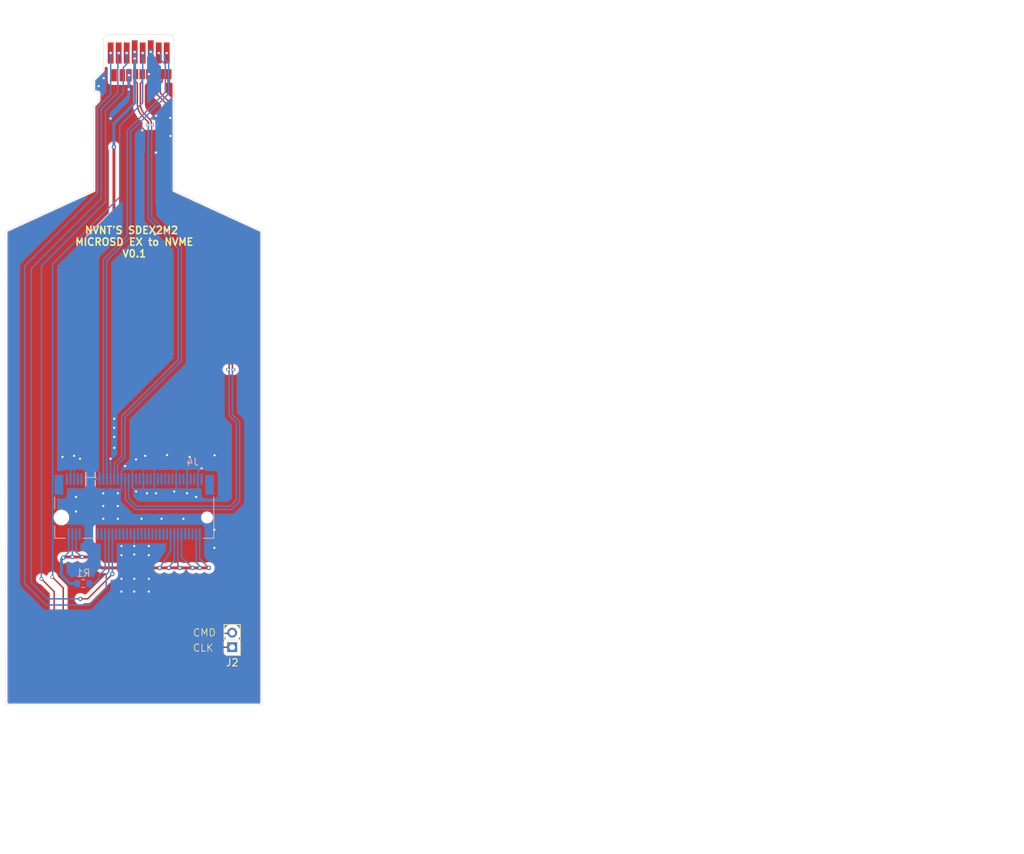
<source format=kicad_pcb>
(kicad_pcb (version 20241229) (generator "pcbnew") (generator_version "9.0")
  (layers (0 "F.Cu" signal) (2 "B.Cu" signal) (13 "F.Paste" user) (15 "B.Paste" user) (5 "F.SilkS" user "F.Silkscreen") (7 "B.SilkS" user "B.Silkscreen") (1 "F.Mask" user) (3 "B.Mask" user) (25 "Edge.Cuts" user))
  (net 0 "")
  (net 1 "/TX+")
  (net 2 "/TX-")
  (net 3 "/RX+")
  (net 4 "GND")
  (net 5 "/RX-")
  (net 6 "/REFCLK+")
  (net 7 "/REFCLK-")
  (net 8 "/PERST")
  (net 9 "/CLKREQ")
  (net 10 "/CMD")
  (net 11 "/CLK")
  (net 13 "/3.3V")
  (net 47 "Net-(J4-Pad54)")
  (footprint "m1cha:usdex-male-open_bottom" (layer "F.Cu") (at 141.61 77.96)
    (property "Reference" "J1" (hide yes))
    (property "Value" "SDEX2M2 MicroSD Express to SD Express Adapter")
    (fp_line (start -6.15 6.395685) (end -6.15 7.8) (stroke (width 0.05)) (layer "Edge.Cuts"))
    (fp_line (start -6.15 9.8) (end -6.149999 15) (stroke (width 0.05)) (layer "Edge.Cuts"))
    (fp_line (start -6.05 7.9) (end -5.65 7.9) (stroke (width 0.05)) (layer "Edge.Cuts"))
    (fp_line (start -5.567158 9.217158) (end -6.15 9.8) (stroke (width 0.05)) (layer "Edge.Cuts"))
    (fp_line (start -5.45 8.1) (end -5.45 8.934315) (stroke (width 0.05)) (layer "Edge.Cuts"))
    (fp_line (start -4.967158 5.047158) (end -6.032843 6.112843) (stroke (width 0.05)) (layer "Edge.Cuts"))
    (fp_line (start -4.85 4.764315) (end -4.85 0.8) (stroke (width 0.05)) (layer "Edge.Cuts"))
    (fp_line (start -4.05 0) (end 4.05 0) (stroke (width 0.05)) (layer "Edge.Cuts"))
    (fp_line (start 4.85 0.8) (end 4.85 15) (stroke (width 0.05)) (layer "Edge.Cuts"))
    (fp_arc (start -6.15 6.395685) (mid -6.119552 6.242612) (end -6.032843 6.112843) (stroke (width 0.05)) (layer "Edge.Cuts"))
    (fp_arc (start -6.05 7.9) (mid -6.120711 7.870711) (end -6.15 7.8) (stroke (width 0.05)) (layer "Edge.Cuts"))
    (fp_arc (start -5.65 7.9) (mid -5.508579 7.958579) (end -5.45 8.1) (stroke (width 0.05)) (layer "Edge.Cuts"))
    (fp_arc (start -5.45 8.934315) (mid -5.480448 9.087389) (end -5.567158 9.217158) (stroke (width 0.05)) (layer "Edge.Cuts"))
    (fp_arc (start -4.85 0.8) (mid -4.615685 0.234315) (end -4.05 0) (stroke (width 0.05)) (layer "Edge.Cuts"))
    (fp_arc (start -4.85 4.764315) (mid -4.880448 4.917389) (end -4.967158 5.047158) (stroke (width 0.05)) (layer "Edge.Cuts"))
    (fp_arc (start 4.05 0) (mid 4.615685 0.234315) (end 4.85 0.8) (stroke (width 0.05)) (layer "Edge.Cuts"))
    (pad "1" smd rect (at -3.85 2.55) (size 0.8 2.9) (layers "F.Cu" "F.Mask" "F.Paste") (net 9 "/CLKREQ"))
    (pad "2" smd rect (at -2.75 2.55) (size 0.8 2.9) (layers "F.Cu" "F.Mask" "F.Paste") (net 8 "/PERST"))
    (pad "3" smd rect (at -1.65 2.55) (size 0.8 2.9) (layers "F.Cu" "F.Mask" "F.Paste") (net 10 "/CMD"))
    (pad "4" smd rect (at -0.55 2.4) (size 0.8 3.2) (layers "F.Cu" "F.Mask" "F.Paste") (net 13 "/3.3V"))
    (pad "5" smd rect (at 0.55 2.55) (size 0.8 2.9) (layers "F.Cu" "F.Mask" "F.Paste") (net 11 "/CLK"))
    (pad "6" smd rect (at 1.65 2.4) (size 0.8 3.2) (layers "F.Cu" "F.Mask" "F.Paste") (net 4 "GND"))
    (pad "7" smd rect (at 2.75 2.55) (size 0.8 2.9) (layers "F.Cu" "F.Mask" "F.Paste") (net 6 "/REFCLK+"))
    (pad "8" smd rect (at 3.85 2.55) (size 0.8 2.9) (layers "F.Cu" "F.Mask" "F.Paste") (net 7 "/REFCLK-"))
    (pad "9" smd rect (at -3.38 5.595) (size 0.76 1.67) (layers "F.Cu" "F.Mask" "F.Paste"))
    (pad "10" smd rect (at -1.34 5.595) (size 0.76 1.67) (layers "F.Cu" "F.Mask" "F.Paste") (net 4 "GND"))
    (pad "11" smd rect (at -0.43 5.445) (size 0.76 1.37) (layers "F.Cu" "F.Mask" "F.Paste") (net 1 "/TX+"))
    (pad "12" smd rect (at 0.48 5.445) (size 0.76 1.37) (layers "F.Cu" "F.Mask" "F.Paste") (net 2 "/TX-"))
    (pad "13" smd rect (at 1.39 5.445) (size 0.76 1.37) (layers "F.Cu" "F.Mask" "F.Paste") (net 4 "GND"))
    (pad "14" smd rect (at 2.3 5.445) (size 0.76 1.37) (layers "F.Cu" "F.Mask" "F.Paste") (net 5 "/RX-"))
    (pad "15" smd rect (at 3.21 5.445) (size 0.76 1.37) (layers "F.Cu" "F.Mask" "F.Paste") (net 3 "/RX+"))
    (pad "16" smd rect (at 4.12 5.445) (size 0.76 1.37) (layers "F.Cu" "F.Mask" "F.Paste") (net 4 "GND"))
    (pad "17" smd rect (at -2.25 5.595) (size 0.76 1.67) (layers "F.Cu" "F.Mask" "F.Paste"))
  )
  (footprint "Connector_PinHeader_2.00mm:PinHeader_1x02_P2.00mm_Vertical" (layer "F.Cu") (at 154.45 162.15 180)
    (property "Reference" "J2" (at 0 -2.11 0) (layer "F.SilkS"))
    (property "Value" "Conn_01x02_Pin")
    (fp_line (start 1.11 1) (end 1.11 3.11) (stroke (width 0.12)) (layer "F.SilkS"))
    (fp_line (start -1.11 3.11) (end 1.11 3.11) (stroke (width 0.12)) (layer "F.SilkS"))
    (fp_line (start -1.11 1) (end 1.11 1) (stroke (width 0.12)) (layer "F.SilkS"))
    (fp_line (start -1.11 1) (end -1.11 3.11) (stroke (width 0.12)) (layer "F.SilkS"))
    (fp_line (start -1.11 0) (end -1.11 -1.11) (stroke (width 0.12)) (layer "F.SilkS"))
    (fp_line (start -1.11 -1.11) (end 0 -1.11) (stroke (width 0.12)) (layer "F.SilkS"))
    (pad "1" thru_hole rect (at 0 0 180) (size 1.35 1.35) (drill 0.8) (layers "*.Cu" "*.Mask") (net 10 "/CMD"))
    (pad "2" thru_hole circle (at 0 2 180) (size 1.35 1.35) (drill 0.8) (layers "*.Cu" "*.Mask") (net 11 "/CLK"))
  )
  (footprint "Resistor_SMD:R_0603_1608Metric" (layer "B.Cu") (at 134 153.4 180)
    (property "Reference" "R1" (at 0 1.43 0) (layer "B.SilkS") (effects (justify mirror)))
    (property "Value" "R_Small (Pull-Up) 33kΩ")
    (fp_line (start -0.237258 0.5225) (end 0.237258 0.5225) (stroke (width 0.12)) (layer "B.SilkS"))
    (fp_line (start -0.237258 -0.5225) (end 0.237258 -0.5225) (stroke (width 0.12)) (layer "B.SilkS"))
    (pad "1" smd roundrect (at -0.825 0 180) (size 0.8 0.95) (layers "B.Cu" "B.Mask" "B.Paste") (net 47 "Net-(J4-Pad54)"))
    (pad "2" smd roundrect (at 0.825 0 180) (size 0.8 0.95) (layers "B.Cu" "B.Mask" "B.Paste") (net 13 "/3.3V"))
  )
  (footprint "10130616-067R2LF:AMPHENOL_10130616-067R2LF" (layer "B.Cu") (at 141 144.325 180)
    (property "Reference" "J4" (at -8.025 7.635 0) (layer "B.SilkS") (effects (justify mirror)))
    (property "Value" "10130616-067R2LF")
    (fp_line (start 10.925 1.145) (end 10.925 2.805) (stroke (width 0.127)) (layer "B.SilkS"))
    (fp_line (start 10.925 -2.85) (end 10.925 -1.145) (stroke (width 0.127)) (layer "B.SilkS"))
    (fp_line (start 9.47 -2.85) (end 10.925 -2.85) (stroke (width 0.127)) (layer "B.SilkS"))
    (fp_line (start 5.47 -2.85) (end 7.03 -2.85) (stroke (width 0.127)) (layer "B.SilkS"))
    (fp_line (start 5.22 5.5) (end 6.78 5.5) (stroke (width 0.127)) (layer "B.SilkS"))
    (fp_line (start -10.925 -2.85) (end -9.47 -2.85) (stroke (width 0.127)) (layer "B.SilkS"))
    (fp_line (start -10.925 -2.85) (end -10.925 2.805) (stroke (width 0.127)) (layer "B.SilkS"))
    (fp_circle (center -9.25 6.75) (end -9.15 6.75) (stroke (width 0.2)) (fill no) (layer "B.SilkS"))
    (pad "" np_thru_hole circle (at -10 0 180) (size 1.15 1.15) (drill 1.15) (layers "*.Cu" "*.Mask"))
    (pad "" np_thru_hole circle (at 10 0 180) (size 1.65 1.65) (drill 1.65) (layers "*.Cu" "*.Mask"))
    (pad "1" smd rect (at -9.25 5.275 180) (size 0.3 1.55) (layers "B.Cu" "B.Mask" "B.Paste"))
    (pad "2" smd rect (at -9 -2.275 180) (size 0.3 1.55) (layers "B.Cu" "B.Mask" "B.Paste") (net 13 "/3.3V"))
    (pad "3" smd rect (at -8.75 5.275 180) (size 0.3 1.55) (layers "B.Cu" "B.Mask" "B.Paste") (net 4 "GND"))
    (pad "4" smd rect (at -8.5 -2.275 180) (size 0.3 1.55) (layers "B.Cu" "B.Mask" "B.Paste") (net 13 "/3.3V"))
    (pad "5" smd rect (at -8.25 5.275 180) (size 0.3 1.55) (layers "B.Cu" "B.Mask" "B.Paste"))
    (pad "6" smd rect (at -8 -2.275 180) (size 0.3 1.55) (layers "B.Cu" "B.Mask" "B.Paste"))
    (pad "7" smd rect (at -7.75 5.275 180) (size 0.3 1.55) (layers "B.Cu" "B.Mask" "B.Paste"))
    (pad "8" smd rect (at -7.5 -2.275 180) (size 0.3 1.55) (layers "B.Cu" "B.Mask" "B.Paste"))
    (pad "9" smd rect (at -7.25 5.275 180) (size 0.3 1.55) (layers "B.Cu" "B.Mask" "B.Paste") (net 4 "GND"))
    (pad "10" smd rect (at -7 -2.275 180) (size 0.3 1.55) (layers "B.Cu" "B.Mask" "B.Paste"))
    (pad "11" smd rect (at -6.75 5.275 180) (size 0.3 1.55) (layers "B.Cu" "B.Mask" "B.Paste"))
    (pad "12" smd rect (at -6.5 -2.275 180) (size 0.3 1.55) (layers "B.Cu" "B.Mask" "B.Paste") (net 13 "/3.3V"))
    (pad "13" smd rect (at -6.25 5.275 180) (size 0.3 1.55) (layers "B.Cu" "B.Mask" "B.Paste"))
    (pad "14" smd rect (at -6 -2.275 180) (size 0.3 1.55) (layers "B.Cu" "B.Mask" "B.Paste") (net 13 "/3.3V"))
    (pad "15" smd rect (at -5.75 5.275 180) (size 0.3 1.55) (layers "B.Cu" "B.Mask" "B.Paste") (net 4 "GND"))
    (pad "16" smd rect (at -5.5 -2.275 180) (size 0.3 1.55) (layers "B.Cu" "B.Mask" "B.Paste") (net 13 "/3.3V"))
    (pad "17" smd rect (at -5.25 5.275 180) (size 0.3 1.55) (layers "B.Cu" "B.Mask" "B.Paste"))
    (pad "18" smd rect (at -5 -2.275 180) (size 0.3 1.55) (layers "B.Cu" "B.Mask" "B.Paste") (net 13 "/3.3V"))
    (pad "19" smd rect (at -4.75 5.275 180) (size 0.3 1.55) (layers "B.Cu" "B.Mask" "B.Paste"))
    (pad "20" smd rect (at -4.5 -2.275 180) (size 0.3 1.55) (layers "B.Cu" "B.Mask" "B.Paste"))
    (pad "21" smd rect (at -4.25 5.275 180) (size 0.3 1.55) (layers "B.Cu" "B.Mask" "B.Paste"))
    (pad "22" smd rect (at -4 -2.275 180) (size 0.3 1.55) (layers "B.Cu" "B.Mask" "B.Paste"))
    (pad "23" smd rect (at -3.75 5.275 180) (size 0.3 1.55) (layers "B.Cu" "B.Mask" "B.Paste"))
    (pad "24" smd rect (at -3.5 -2.275 180) (size 0.3 1.55) (layers "B.Cu" "B.Mask" "B.Paste"))
    (pad "25" smd rect (at -3.25 5.275 180) (size 0.3 1.55) (layers "B.Cu" "B.Mask" "B.Paste"))
    (pad "26" smd rect (at -3 -2.275 180) (size 0.3 1.55) (layers "B.Cu" "B.Mask" "B.Paste"))
    (pad "27" smd rect (at -2.75 5.275 180) (size 0.3 1.55) (layers "B.Cu" "B.Mask" "B.Paste") (net 4 "GND"))
    (pad "28" smd rect (at -2.5 -2.275 180) (size 0.3 1.55) (layers "B.Cu" "B.Mask" "B.Paste"))
    (pad "29" smd rect (at -2.25 5.275 180) (size 0.3 1.55) (layers "B.Cu" "B.Mask" "B.Paste"))
    (pad "30" smd rect (at -2 -2.275 180) (size 0.3 1.55) (layers "B.Cu" "B.Mask" "B.Paste"))
    (pad "31" smd rect (at -1.75 5.275 180) (size 0.3 1.55) (layers "B.Cu" "B.Mask" "B.Paste"))
    (pad "32" smd rect (at -1.5 -2.275 180) (size 0.3 1.55) (layers "B.Cu" "B.Mask" "B.Paste"))
    (pad "33" smd rect (at -1.25 5.275 180) (size 0.3 1.55) (layers "B.Cu" "B.Mask" "B.Paste") (net 4 "GND"))
    (pad "34" smd rect (at -1 -2.275 180) (size 0.3 1.55) (layers "B.Cu" "B.Mask" "B.Paste"))
    (pad "35" smd rect (at -0.75 5.275 180) (size 0.3 1.55) (layers "B.Cu" "B.Mask" "B.Paste"))
    (pad "36" smd rect (at -0.5 -2.275 180) (size 0.3 1.55) (layers "B.Cu" "B.Mask" "B.Paste"))
    (pad "37" smd rect (at -0.25 5.275 180) (size 0.3 1.55) (layers "B.Cu" "B.Mask" "B.Paste"))
    (pad "38" smd rect (at 0 -2.275 180) (size 0.3 1.55) (layers "B.Cu" "B.Mask" "B.Paste") (net 4 "GND"))
    (pad "39" smd rect (at 0.25 5.275 180) (size 0.3 1.55) (layers "B.Cu" "B.Mask" "B.Paste") (net 4 "GND"))
    (pad "40" smd rect (at 0.5 -2.275 180) (size 0.3 1.55) (layers "B.Cu" "B.Mask" "B.Paste"))
    (pad "41" smd rect (at 0.75 5.275 180) (size 0.3 1.55) (layers "B.Cu" "B.Mask" "B.Paste") (net 5 "/RX-"))
    (pad "42" smd rect (at 1 -2.275 180) (size 0.3 1.55) (layers "B.Cu" "B.Mask" "B.Paste"))
    (pad "43" smd rect (at 1.25 5.275 180) (size 0.3 1.55) (layers "B.Cu" "B.Mask" "B.Paste") (net 3 "/RX+"))
    (pad "44" smd rect (at 1.5 -2.275 180) (size 0.3 1.55) (layers "B.Cu" "B.Mask" "B.Paste"))
    (pad "45" smd rect (at 1.75 5.275 180) (size 0.3 1.55) (layers "B.Cu" "B.Mask" "B.Paste") (net 4 "GND"))
    (pad "46" smd rect (at 2 -2.275 180) (size 0.3 1.55) (layers "B.Cu" "B.Mask" "B.Paste"))
    (pad "47" smd rect (at 2.25 5.275 180) (size 0.3 1.55) (layers "B.Cu" "B.Mask" "B.Paste") (net 2 "/TX-"))
    (pad "48" smd rect (at 2.5 -2.275 180) (size 0.3 1.55) (layers "B.Cu" "B.Mask" "B.Paste"))
    (pad "49" smd rect (at 2.75 5.275 180) (size 0.3 1.55) (layers "B.Cu" "B.Mask" "B.Paste") (net 1 "/TX+"))
    (pad "50" smd rect (at 3 -2.275 180) (size 0.3 1.55) (layers "B.Cu" "B.Mask" "B.Paste") (net 8 "/PERST"))
    (pad "51" smd rect (at 3.25 5.275 180) (size 0.3 1.55) (layers "B.Cu" "B.Mask" "B.Paste") (net 4 "GND"))
    (pad "52" smd rect (at 3.5 -2.275 180) (size 0.3 1.55) (layers "B.Cu" "B.Mask" "B.Paste") (net 9 "/CLKREQ"))
    (pad "53" smd rect (at 3.75 5.275 180) (size 0.3 1.55) (layers "B.Cu" "B.Mask" "B.Paste") (net 7 "/REFCLK-"))
    (pad "54" smd rect (at 4 -2.275 180) (size 0.3 1.55) (layers "B.Cu" "B.Mask" "B.Paste") (net 47 "Net-(J4-Pad54)"))
    (pad "55" smd rect (at 4.25 5.275 180) (size 0.3 1.55) (layers "B.Cu" "B.Mask" "B.Paste") (net 6 "/REFCLK+"))
    (pad "56" smd rect (at 4.5 -2.275 180) (size 0.3 1.55) (layers "B.Cu" "B.Mask" "B.Paste"))
    (pad "57" smd rect (at 4.75 5.275 180) (size 0.3 1.55) (layers "B.Cu" "B.Mask" "B.Paste") (net 4 "GND"))
    (pad "58" smd rect (at 5 -2.275 180) (size 0.3 1.55) (layers "B.Cu" "B.Mask" "B.Paste"))
    (pad "67" smd rect (at 7.25 5.275 180) (size 0.3 1.55) (layers "B.Cu" "B.Mask" "B.Paste"))
    (pad "68" smd rect (at 7.5 -2.275 180) (size 0.3 1.55) (layers "B.Cu" "B.Mask" "B.Paste"))
    (pad "69" smd rect (at 7.75 5.275 180) (size 0.3 1.55) (layers "B.Cu" "B.Mask" "B.Paste"))
    (pad "70" smd rect (at 8 -2.275 180) (size 0.3 1.55) (layers "B.Cu" "B.Mask" "B.Paste") (net 13 "/3.3V"))
    (pad "71" smd rect (at 8.25 5.275 180) (size 0.3 1.55) (layers "B.Cu" "B.Mask" "B.Paste") (net 4 "GND"))
    (pad "72" smd rect (at 8.5 -2.275 180) (size 0.3 1.55) (layers "B.Cu" "B.Mask" "B.Paste") (net 13 "/3.3V"))
    (pad "73" smd rect (at 8.75 5.275 180) (size 0.3 1.55) (layers "B.Cu" "B.Mask" "B.Paste") (net 4 "GND"))
    (pad "74" smd rect (at 9 -2.275 180) (size 0.3 1.55) (layers "B.Cu" "B.Mask" "B.Paste") (net 13 "/3.3V"))
    (pad "75" smd rect (at 9.25 5.275 180) (size 0.3 1.55) (layers "B.Cu" "B.Mask" "B.Paste"))
    (pad "SH1" smd rect (at -10.35 4.5 180) (size 1.2 2.75) (layers "B.Cu" "B.Mask" "B.Paste"))
    (pad "SH2" smd rect (at 10.35 4.5 180) (size 1.2 2.75) (layers "B.Cu" "B.Mask" "B.Paste"))
  )
  (gr_line (start 146.46 99.415985) (end 146.46 92.96) (stroke (width 0.05)) (layer "Edge.Cuts"))
  (gr_line (start 123.4 170.07) (end 158.5 170.07) (stroke (width 0.05)) (layer "Edge.Cuts"))
  (gr_line (start 158.5 104.95) (end 158.5 170.07) (stroke (width 0.05)) (layer "Edge.Cuts"))
  (gr_line (start 123.402514 104.95) (end 135.46 99.415985) (stroke (width 0.05)) (layer "Edge.Cuts"))
  (gr_line (start 146.46 99.415985) (end 158.5 104.95) (stroke (width 0.05)) (layer "Edge.Cuts"))
  (gr_line (start 123.402514 104.95) (end 123.4 170.07) (stroke (width 0.05)) (layer "Edge.Cuts"))
  (gr_line (start 135.46 92.96) (end 135.46 99.415985) (stroke (width 0.05)) (layer "Edge.Cuts"))
  (gr_text "CLK" (at 149 162.83 0) (layer "F.SilkS") (effects (font (size 1 1) (thickness 0.1)) (justify left bottom)))
  (gr_text "CMD" (at 149 160.73 0) (layer "F.SilkS") (effects (font (size 1 1) (thickness 0.1)) (justify left bottom)))
  (gr_text "NVNT'S SDEX2M2 \nMICROSD EX to NVME\nV0.1" (at 141.01 108.66 0) (layer "F.SilkS") (effects (font (size 1 1) (thickness 0.2) (bold yes)) (justify bottom)))
  (segment (start 142.809336 89.858142) (end 142.136197 89.185003) (width 0.205232) (layer "F.Cu") (net 1))
  (segment (start 141.18 84.432501) (end 141.18 83.405) (width 0.205232) (layer "F.Cu") (net 1))
  (segment (start 142.955783 90.257617) (end 142.955783 90.211696) (width 0.205232) (layer "F.Cu") (net 1))
  (segment (start 141.430784 84.683285) (end 141.18 84.432501) (width 0.205232) (layer "F.Cu") (net 1))
  (segment (start 142.8334 90.38) (end 142.955783 90.257617) (width 0.205232) (layer "F.Cu") (net 1))
  (segment (start 141.430784 87.481985) (end 141.430784 84.683285) (width 0.205232) (layer "F.Cu") (net 1))
  (via (at 142.8334 90.38) (size 0.45) (drill 0.3) (layers "F.Cu" "B.Cu") (net 1))
  (arc (start 142.955783 90.211696) (mid 142.917723 90.020354) (end 142.809336 89.858142) (width 0.205232) (layer "F.Cu") (net 1))
  (arc (start 141.430784 87.481985) (mid 141.614115 88.403652) (end 142.136197 89.185003) (width 0.205232) (layer "F.Cu") (net 1))
  (segment (start 139.275 135.906802) (end 138.275 136.906802) (width 0.2) (layer "B.Cu") (net 1))
  (segment (start 142.932384 90.478984) (end 142.932384 103.250582) (width 0.2) (layer "B.Cu") (net 1))
  (segment (start 147.025 107.343198) (end 147.025 122.656802) (width 0.2) (layer "B.Cu") (net 1))
  (segment (start 147.025 122.656802) (end 139.275 130.406802) (width 0.2) (layer "B.Cu") (net 1))
  (segment (start 139.275 130.406802) (end 139.275 135.906802) (width 0.2) (layer "B.Cu") (net 1))
  (segment (start 142.932384 103.250582) (end 147.025 107.343198) (width 0.2) (layer "B.Cu") (net 1))
  (segment (start 138.275 137.862499) (end 138.25 137.887499) (width 0.2) (layer "B.Cu") (net 1))
  (segment (start 142.8334 90.38) (end 142.932384 90.478984) (width 0.2) (layer "B.Cu") (net 1))
  (segment (start 138.275 136.906802) (end 138.275 137.862499) (width 0.2) (layer "B.Cu") (net 1))
  (segment (start 138.25 137.887499) (end 138.25 139.05) (width 0.2) (layer "B.Cu") (net 1))
  (segment (start 143.4866 90.38) (end 143.364217 90.257617) (width 0.205232) (layer "F.Cu") (net 2))
  (segment (start 143.364217 90.257617) (end 143.364217 90.211696) (width 0.205232) (layer "F.Cu") (net 2))
  (segment (start 142.09 84.432501) (end 142.09 83.405) (width 0.205232) (layer "F.Cu") (net 2))
  (segment (start 141.839216 87.481983) (end 141.839216 84.683285) (width 0.205232) (layer "F.Cu") (net 2))
  (segment (start 143.098143 89.569337) (end 142.425002 88.896196) (width 0.205232) (layer "F.Cu") (net 2))
  (segment (start 141.839216 84.683285) (end 142.09 84.432501) (width 0.205232) (layer "F.Cu") (net 2))
  (via (at 143.4866 90.38) (size 0.45) (drill 0.3) (layers "F.Cu" "B.Cu") (net 2))
  (arc (start 142.425002 88.896196) (mid 141.991457 88.24735) (end 141.839216 87.481983) (width 0.205232) (layer "F.Cu") (net 2))
  (arc (start 143.098143 89.569337) (mid 143.295067 89.864054) (end 143.364217 90.211696) (width 0.205232) (layer "F.Cu") (net 2))
  (segment (start 139.725 130.593198) (end 139.725 136.093198) (width 0.2) (layer "B.Cu") (net 2))
  (segment (start 138.725 137.093198) (end 138.725 137.862499) (width 0.2) (layer "B.Cu") (net 2))
  (segment (start 138.725 137.862499) (end 138.75 137.887499) (width 0.2) (layer "B.Cu") (net 2))
  (segment (start 138.75 137.887499) (end 138.75 139.05) (width 0.2) (layer "B.Cu") (net 2))
  (segment (start 139.725 136.093198) (end 138.725 137.093198) (width 0.2) (layer "B.Cu") (net 2))
  (segment (start 143.387616 103.069418) (end 147.475 107.156802) (width 0.2) (layer "B.Cu") (net 2))
  (segment (start 143.4866 90.38) (end 143.387616 90.478984) (width 0.2) (layer "B.Cu") (net 2))
  (segment (start 143.387616 90.478984) (end 143.387616 103.069418) (width 0.2) (layer "B.Cu") (net 2))
  (segment (start 147.475 122.843198) (end 139.725 130.593198) (width 0.2) (layer "B.Cu") (net 2))
  (segment (start 147.475 107.156802) (end 147.475 122.843198) (width 0.2) (layer "B.Cu") (net 2))
  (segment (start 144.592616 85.497384) (end 144.59 85.5) (width 0.2) (layer "F.Cu") (net 3))
  (segment (start 145.225 89.093198) (end 145.225 99.906802) (width 0.2) (layer "F.Cu") (net 3))
  (segment (start 154.475 109.156802) (end 154.475 122.5) (width 0.2) (layer "F.Cu") (net 3))
  (segment (start 154.475001 122.500001) (end 154.475001 123.850001) (width 0.2) (layer "F.Cu") (net 3))
  (segment (start 145.725 87.156802) (end 145.725 88.593198) (width 0.2) (layer "F.Cu") (net 3))
  (segment (start 144.59 86.021802) (end 145.725 87.156802) (width 0.2) (layer "F.Cu") (net 3))
  (segment (start 144.82 83.405) (end 144.82 84.432501) (width 0.2) (layer "F.Cu") (net 3))
  (segment (start 144.82 84.432501) (end 144.592616 84.659885) (width 0.2) (layer "F.Cu") (net 3))
  (segment (start 154.475 122.5) (end 154.475001 122.500001) (width 0.2) (layer "F.Cu") (net 3))
  (segment (start 154.475001 123.850001) (end 154.625 124) (width 0.2) (layer "F.Cu") (net 3))
  (segment (start 145.225 99.906802) (end 154.475 109.156802) (width 0.2) (layer "F.Cu") (net 3))
  (segment (start 145.725 88.593198) (end 145.225 89.093198) (width 0.2) (layer "F.Cu") (net 3))
  (segment (start 144.59 85.5) (end 144.59 86.021802) (width 0.2) (layer "F.Cu") (net 3))
  (segment (start 144.592616 84.659885) (end 144.592616 85.497384) (width 0.2) (layer "F.Cu") (net 3))
  (via (at 154.625 124) (size 0.5) (drill 0.3) (layers "F.Cu" "B.Cu") (net 3))
  (segment (start 154.475001 130.156803) (end 155.475 131.156802) (width 0.2) (layer "B.Cu") (net 3))
  (segment (start 139.775 140.237501) (end 139.75 140.212501) (width 0.2) (layer "B.Cu") (net 3))
  (segment (start 139.775 141.843198) (end 139.775 140.237501) (width 0.2) (layer "B.Cu") (net 3))
  (segment (start 155.475 142.093198) (end 154.343198 143.225) (width 0.2) (layer "B.Cu") (net 3))
  (segment (start 155.475 131.156802) (end 155.475 142.093198) (width 0.2) (layer "B.Cu") (net 3))
  (segment (start 154.625 124) (end 154.475001 124.149999) (width 0.2) (layer "B.Cu") (net 3))
  (segment (start 141.156802 143.225) (end 139.775 141.843198) (width 0.2) (layer "B.Cu") (net 3))
  (segment (start 154.475001 124.149999) (end 154.475001 130.156803) (width 0.2) (layer "B.Cu") (net 3))
  (segment (start 154.343198 143.225) (end 141.156802 143.225) (width 0.2) (layer "B.Cu") (net 3))
  (segment (start 139.75 140.212501) (end 139.75 139.05) (width 0.2) (layer "B.Cu") (net 3))
  (segment (start 143 83.4025) (end 143 88.13) (width 0.4) (layer "F.Cu") (net 4))
  (segment (start 145.73 83.405) (end 145.73 84.91) (width 0.4) (layer "F.Cu") (net 4))
  (segment (start 143 88.13) (end 144.002007 89.132007) (width 0.4) (layer "F.Cu") (net 4))
  (segment (start 140.27 83.555) (end 140.27 85.52) (width 0.4) (layer "F.Cu") (net 4))
  (via (at 148.6 136) (size 0.6) (drill 0.3) (layers "F.Cu" "B.Cu") (net 4))
  (via (at 136.81 83.96) (size 0.6) (drill 0.3) (layers "F.Cu" "B.Cu") (net 4))
  (via (at 137.75 136.25) (size 0.5) (drill 0.3) (layers "F.Cu" "B.Cu") (net 4))
  (via (at 137.75 89.5) (size 0.6) (drill 0.3) (layers "F.Cu" "B.Cu") (net 4))
  (via (at 138.25 133.25) (size 0.5) (drill 0.3) (layers "F.Cu" "B.Cu") (net 4))
  (via (at 142.1 91.12) (size 0.45) (drill 0.3) (layers "F.Cu" "B.Cu") (net 4))
  (via (at 139.25 148.25) (size 0.6) (drill 0.3) (layers "F.Cu" "B.Cu") (net 4))
  (via (at 149.5 141.5) (size 0.6) (drill 0.3) (layers "F.Cu" "B.Cu") (net 4))
  (via (at 142 144.5) (size 0.6) (drill 0.3) (layers "F.Cu" "B.Cu") (net 4))
  (via (at 140.25 85.5) (size 0.6) (drill 0.3) (layers "F.Cu" "B.Cu") (net 4))
  (via (at 152.025 135.775) (size 0.6) (drill 0.3) (layers "F.Cu" "B.Cu") (net 4))
  (via (at 143 149.5) (size 0.6) (drill 0.3) (layers "F.Cu" "B.Cu") (net 4))
  (via (at 139.25 154.5) (size 0.6) (drill 0.3) (layers "F.Cu" "B.Cu") (net 4))
  (via (at 138.25 132) (size 0.5) (drill 0.3) (layers "F.Cu" "B.Cu") (net 4))
  (via (at 145.94 89.43) (size 0.45) (drill 0.3) (layers "F.Cu" "B.Cu") (net 4))
  (via (at 143.825 105.425) (size 0.5) (drill 0.3) (layers "F.Cu" "B.Cu") (net 4))
  (via (at 136.75 144.5) (size 0.6) (drill 0.3) (layers "F.Cu" "B.Cu") (net 4))
  (via (at 141 152.75) (size 0.6) (drill 0.3) (layers "F.Cu" "B.Cu") (net 4))
  (via (at 147.75 144.5) (size 0.6) (drill 0.3) (layers "F.Cu" "B.Cu") (net 4))
  (via (at 146.5 140.75) (size 0.6) (drill 0.3) (layers "F.Cu" "B.Cu") (net 4))
  (via (at 139.75 137.25) (size 0.6) (drill 0.3) (layers "F.Cu" "B.Cu") (net 4))
  (via (at 133 143.5) (size 0.6) (drill 0.3) (layers "F.Cu" "B.Cu") (net 4))
  (via (at 131.15 136) (size 0.6) (drill 0.3) (layers "F.Cu" "B.Cu") (net 4))
  (via (at 136.11 85.06) (size 0.6) (drill 0.3) (layers "F.Cu" "B.Cu") (net 4))
  (via (at 139.25 152.75) (size 0.6) (drill 0.3) (layers "F.Cu" "B.Cu") (net 4))
  (via (at 152 148.5) (size 0.6) (drill 0.3) (layers "F.Cu" "B.Cu") (net 4))
  (via (at 141 148.25) (size 0.6) (drill 0.3) (layers "F.Cu" "B.Cu") (net 4))
  (via (at 143 154.5) (size 0.6) (drill 0.3) (layers "F.Cu" "B.Cu") (net 4))
  (via (at 138.25 134.75) (size 0.5) (drill 0.3) (layers "F.Cu" "B.Cu") (net 4))
  (via (at 141.25 140.75) (size 0.6) (drill 0.3) (layers "F.Cu" "B.Cu") (net 4))
  (via (at 132.75 135.85) (size 0.6) (drill 0.3) (layers "F.Cu" "B.Cu") (net 4))
  (via (at 136.75 141) (size 0.6) (drill 0.3) (layers "F.Cu" "B.Cu") (net 4))
  (via (at 144.75 144.5) (size 0.6) (drill 0.3) (layers "F.Cu" "B.Cu") (net 4))
  (via (at 142.75 141) (size 0.6) (drill 0.3) (layers "F.Cu" "B.Cu") (net 4))
  (via (at 143 83.405) (size 0.6) (drill 0.3) (layers "F.Cu" "B.Cu") (net 4))
  (via (at 138.25 130.75) (size 0.5) (drill 0.3) (layers "F.Cu" "B.Cu") (net 4))
  (via (at 143.985 94.185) (size 0.6) (drill 0.3) (layers "F.Cu" "B.Cu") (net 4))
  (via (at 141.25 136.35) (size 0.6) (drill 0.3) (layers "F.Cu" "B.Cu") (net 4))
  (via (at 139.25 149.5) (size 0.6) (drill 0.3) (layers "F.Cu" "B.Cu") (net 4))
  (via (at 144 141) (size 0.6) (drill 0.3) (layers "F.Cu" "B.Cu") (net 4))
  (via (at 143.26 80.36) (size 0.6) (drill 0.3) (layers "F.Cu" "B.Cu") (net 4))
  (via (at 143 152.75) (size 0.6) (drill 0.3) (layers "F.Cu" "B.Cu") (net 4))
  (via (at 141 149.4) (size 0.6) (drill 0.3) (layers "F.Cu" "B.Cu") (net 4))
  (via (at 145.5 135.75) (size 0.6) (drill 0.3) (layers "F.Cu" "B.Cu") (net 4))
  (via (at 138.75 144.5) (size 0.6) (drill 0.3) (layers "F.Cu" "B.Cu") (net 4))
  (via (at 140.27 83.555) (size 0.6) (drill 0.3) (layers "F.Cu" "B.Cu") (net 4))
  (via (at 142.5 135.85) (size 0.6) (drill 0.3) (layers "F.Cu" "B.Cu") (net 4))
  (via (at 144.002007 89.132007) (size 0.5) (drill 0.3) (layers "F.Cu" "B.Cu") (net 4))
  (via (at 133 141.5) (size 0.6) (drill 0.3) (layers "F.Cu" "B.Cu") (net 4))
  (via (at 141 154.5) (size 0.6) (drill 0.3) (layers "F.Cu" "B.Cu") (net 4))
  (via (at 148.25 141) (size 0.6) (drill 0.3) (layers "F.Cu" "B.Cu") (net 4))
  (via (at 138.75 141) (size 0.6) (drill 0.3) (layers "F.Cu" "B.Cu") (net 4))
  (via (at 152 146) (size 0.6) (drill 0.3) (layers "F.Cu" "B.Cu") (net 4))
  (via (at 138.75 142.75) (size 0.6) (drill 0.3) (layers "F.Cu" "B.Cu") (net 4))
  (via (at 143 148.25) (size 0.6) (drill 0.3) (layers "F.Cu" "B.Cu") (net 4))
  (via (at 133.55 136.25) (size 0.6) (drill 0.3) (layers "F.Cu" "B.Cu") (net 4))
  (via (at 136.75 142.75) (size 0.6) (drill 0.3) (layers "F.Cu" "B.Cu") (net 4))
  (via (at 145.97 91.9) (size 0.45) (drill 0.3) (layers "F.Cu" "B.Cu") (net 4))
  (segment (start 146.75 136.45) (end 146.75 139.05) (width 0.2) (layer "B.Cu") (net 4))
  (segment (start 140.75 139.05) (end 140.75 140.25) (width 0.2) (layer "B.Cu") (net 4))
  (segment (start 139.25 140.5) (end 138.75 141) (width 0.2) (layer "B.Cu") (net 4))
  (segment (start 148.6 136) (end 147.2 136) (width 0.2) (layer "B.Cu") (net 4))
  (segment (start 144.002007 89.132007) (end 144.0376 89.1676) (width 0.3) (layer "B.Cu") (net 4))
  (segment (start 142.335 94.185) (end 142.31 94.21) (width 0.2) (layer "B.Cu") (net 4))
  (segment (start 137.75 89.5) (end 137.75 89) (width 0.4) (layer "B.Cu") (net 4))
  (segment (start 144.0376 94.1324) (end 143.985 94.185) (width 0.3) (layer "B.Cu") (net 4))
  (segment (start 141 146.6) (end 141 149.4) (width 0.2) (layer "B.Cu") (net 4))
  (segment (start 148.25 139.05) (end 148.25 141) (width 0.2) (layer "B.Cu") (net 4))
  (segment (start 138.25 135.75) (end 137.75 136.25) (width 0.4) (layer "B.Cu") (net 4))
  (segment (start 138.25 130.75) (end 138.25 135.75) (width 0.4) (layer "B.Cu") (net 4))
  (segment (start 143.75 136.6) (end 143.75 139.05) (width 0.2) (layer "B.Cu") (net 4))
  (segment (start 142.335 94.185) (end 142.335 91.355) (width 0.3) (layer "B.Cu") (net 4))
  (segment (start 140.75 136.6) (end 140.75 139.05) (width 0.2) (layer "B.Cu") (net 4))
  (segment (start 143.985 101.085) (end 149.95 107.05) (width 0.2) (layer "B.Cu") (net 4))
  (segment (start 132.25 137.1) (end 131.15 136) (width 0.2) (layer "B.Cu") (net 4))
  (segment (start 152.025 135.775) (end 149.75 138.05) (width 0.2) (layer "B.Cu") (net 4))
  (segment (start 141.25 136.35) (end 141 136.35) (width 0.2) (layer "B.Cu") (net 4))
  (segment (start 156.67 137.98) (end 156.68 137.97) (width 0.2) (layer "B.Cu") (net 4))
  (segment (start 137.75 136.25) (end 137.75 136.2) (width 0.2) (layer "B.Cu") (net 4))
  (segment (start 134.65 136.6) (end 136.25 138.2) (width 0.2) (layer "B.Cu") (net 4))
  (segment (start 133.9 136.6) (end 134.65 136.6) (width 0.2) (layer "B.Cu") (net 4))
  (segment (start 133.55 136.25) (end 133.9 136.6) (width 0.2) (layer "B.Cu") (net 4))
  (segment (start 142.335 91.355) (end 142.1 91.12) (width 0.3) (layer "B.Cu") (net 4))
  (segment (start 142.25 139.05) (end 142.25 140.5) (width 0.2) (layer "B.Cu") (net 4))
  (segment (start 137.75 89) (end 140.25 86.5) (width 0.4) (layer "B.Cu") (net 4))
  (segment (start 139.25 138) (end 139.75 137.5) (width 0.2) (layer "B.Cu") (net 4))
  (segment (start 144.6 135.75) (end 143.75 136.6) (width 0.2) (layer "B.Cu") (net 4))
  (segment (start 142.31 94.21) (end 142.31 103.91) (width 0.2) (layer "B.Cu") (net 4))
  (segment (start 141 136.35) (end 140.75 136.6) (width 0.2) (layer "B.Cu") (net 4))
  (segment (start 139.25 139.05) (end 139.25 138) (width 0.2) (layer "B.Cu") (net 4))
  (segment (start 146.75 139.05) (end 146.75 140.5) (width 0.2) (layer "B.Cu") (net 4))
  (segment (start 143.825 105.425) (end 143.95 105.55) (width 0.2) (layer "B.Cu") (net 4))
  (segment (start 145.6 135.75) (end 144.6 135.75) (width 0.2) (layer "B.Cu") (net 4))
  (segment (start 145.71 99.51) (end 145.71 92.1) (width 0.2) (layer "B.Cu") (net 4))
  (segment (start 142.31 103.91) (end 143.825 105.425) (width 0.2) (layer "B.Cu") (net 4))
  (segment (start 136.25 138.2) (end 136.25 139.05) (width 0.2) (layer "B.Cu") (net 4))
  (segment (start 149.75 139.05) (end 149.75 141.25) (width 0.2) (layer "B.Cu") (net 4))
  (segment (start 140.75 140.25) (end 141.25 140.75) (width 0.2) (layer "B.Cu") (net 4))
  (segment (start 139.25 139.05) (end 139.25 140.5) (width 0.2) (layer "B.Cu") (net 4))
  (segment (start 149.75 141.25) (end 149.5 141.5) (width 0.2) (layer "B.Cu") (net 4))
  (segment (start 142.25 136.1) (end 142.25 139.05) (width 0.2) (layer "B.Cu") (net 4))
  (segment (start 152.1 135.7) (end 152.025 135.775) (width 0.2) (layer "B.Cu") (net 4))
  (segment (start 142.5 135.85) (end 142.25 136.1) (width 0.2) (layer "B.Cu") (net 4))
  (segment (start 143.75 139.05) (end 143.75 140.75) (width 0.2) (layer "B.Cu") (net 4))
  (segment (start 143.75 140.75) (end 144 141) (width 0.2) (layer "B.Cu") (net 4))
  (segment (start 149.75 138.05) (end 149.75 139.05) (width 0.2) (layer "B.Cu") (net 4))
  (segment (start 147.2 136) (end 146.75 136.45) (width 0.2) (layer "B.Cu") (net 4))
  (segment (start 143.985 94.185) (end 143.985 101.085) (width 0.2) (layer "B.Cu") (net 4))
  (segment (start 145.91 91.9) (end 145.97 91.9) (width 0.2) (layer "B.Cu") (net 4))
  (segment (start 140.25 86.5) (end 140.25 83.575) (width 0.4) (layer "B.Cu") (net 4))
  (segment (start 144.0376 89.1676) (end 144.0376 94.1324) (width 0.3) (layer "B.Cu") (net 4))
  (segment (start 156 109.8) (end 145.71 99.51) (width 0.2) (layer "B.Cu") (net 4))
  (segment (start 137.75 139.05) (end 137.75 136.25) (width 0.2) (layer "B.Cu") (net 4))
  (segment (start 146.75 140.5) (end 146.5 140.75) (width 0.2) (layer "B.Cu") (net 4))
  (segment (start 132.75 135.85) (end 132.75 139.05) (width 0.2) (layer "B.Cu") (net 4))
  (segment (start 156.66 149.28) (end 156.69 149.25) (width 0.2) (layer "B.Cu") (net 4))
  (segment (start 148.25 137.8) (end 148.25 139.05) (width 0.2) (layer "B.Cu") (net 4))
  (segment (start 140.25 83.575) (end 140.27 83.555) (width 0.4) (layer "B.Cu") (net 4))
  (segment (start 132.25 139.05) (end 132.25 137.1) (width 0.2) (layer "B.Cu") (net 4))
  (segment (start 143 83.405) (end 143 85.34) (width 0.4) (layer "B.Cu") (net 4))
  (segment (start 142.25 140.5) (end 142.75 141) (width 0.2) (layer "B.Cu") (net 4))
  (segment (start 145.275 88.406802) (end 144.775 88.906802) (width 0.2) (layer "F.Cu") (net 5))
  (segment (start 154.025 109.343198) (end 154.025 122.5) (width 0.2) (layer "F.Cu") (net 5))
  (segment (start 143.91 83.405) (end 143.91 84.432501) (width 0.2) (layer "F.Cu") (net 5))
  (segment (start 144.775 100.093198) (end 154.025 109.343198) (width 0.2) (layer "F.Cu") (net 5))
  (segment (start 144.14 85.5) (end 144.14 86.208198) (width 0.2) (layer "F.Cu") (net 5))
  (segment (start 154.025 122.5) (end 154.024999 122.500001) (width 0.2) (layer "F.Cu") (net 5))
  (segment (start 144.137384 84.659885) (end 144.137384 85.497384) (width 0.2) (layer "F.Cu") (net 5))
  (segment (start 143.91 84.432501) (end 144.137384 84.659885) (width 0.2) (layer "F.Cu") (net 5))
  (segment (start 145.275 87.343198) (end 145.275 88.406802) (width 0.2) (layer "F.Cu") (net 5))
  (segment (start 154.024999 123.850001) (end 153.875 124) (width 0.2) (layer "F.Cu") (net 5))
  (segment (start 154.024999 122.500001) (end 154.024999 123.850001) (width 0.2) (layer "F.Cu") (net 5))
  (segment (start 144.775 88.906802) (end 144.775 100.093198) (width 0.2) (layer "F.Cu") (net 5))
  (segment (start 144.14 86.208198) (end 145.275 87.343198) (width 0.2) (layer "F.Cu") (net 5))
  (segment (start 144.137384 85.497384) (end 144.14 85.5) (width 0.2) (layer "F.Cu") (net 5))
  (via (at 153.875 124) (size 0.5) (drill 0.3) (layers "F.Cu" "B.Cu") (net 5))
  (segment (start 140.225 140.237501) (end 140.25 140.212501) (width 0.2) (layer "B.Cu") (net 5))
  (segment (start 140.25 140.212501) (end 140.25 139.05) (width 0.2) (layer "B.Cu") (net 5))
  (segment (start 153.875 124) (end 154.024999 124.149999) (width 0.2) (layer "B.Cu") (net 5))
  (segment (start 155.025 131.343198) (end 155.025 141.906802) (width 0.2) (layer "B.Cu") (net 5))
  (segment (start 155.025 141.906802) (end 154.156802 142.775) (width 0.2) (layer "B.Cu") (net 5))
  (segment (start 154.156802 142.775) (end 141.343198 142.775) (width 0.2) (layer "B.Cu") (net 5))
  (segment (start 140.225 141.656802) (end 140.225 140.237501) (width 0.2) (layer "B.Cu") (net 5))
  (segment (start 141.343198 142.775) (end 140.225 141.656802) (width 0.2) (layer "B.Cu") (net 5))
  (segment (start 154.024999 130.343197) (end 155.025 131.343198) (width 0.2) (layer "B.Cu") (net 5))
  (segment (start 154.024999 124.149999) (end 154.024999 130.343197) (width 0.2) (layer "B.Cu") (net 5))
  (via (at 144.36 80.51) (size 0.45) (drill 0.3) (layers "F.Cu" "B.Cu") (net 6))
  (segment (start 144.685 81.503198) (end 145.275 82.093198) (width 0.2) (layer "B.Cu") (net 6))
  (segment (start 145.275 85.906802) (end 140.025 91.156802) (width 0.2) (layer "B.Cu") (net 6))
  (segment (start 136.775 137.862499) (end 136.75 138.25) (width 0.2) (layer "B.Cu") (net 6))
  (segment (start 145.275 82.093198) (end 145.275 85.906802) (width 0.2) (layer "B.Cu") (net 6))
  (segment (start 140.025 91.156802) (end 140.025 105.606802) (width 0.2) (layer "B.Cu") (net 6))
  (segment (start 144.36 80.51) (end 144.685 80.835) (width 0.2) (layer "B.Cu") (net 6))
  (segment (start 136.775 108.856802) (end 136.775 137.862499) (width 0.2) (layer "B.Cu") (net 6))
  (segment (start 144.685 80.835) (end 144.685 81.503198) (width 0.2) (layer "B.Cu") (net 6))
  (segment (start 140.025 105.606802) (end 136.775 108.856802) (width 0.2) (layer "B.Cu") (net 6))
  (segment (start 136.75 138.25) (end 136.75 139.05) (width 0.2) (layer "B.Cu") (net 6))
  (via (at 145.46 80.51) (size 0.45) (drill 0.3) (layers "F.Cu" "B.Cu") (net 7))
  (segment (start 145.725 81.906802) (end 145.725 86.093198) (width 0.2) (layer "B.Cu") (net 7))
  (segment (start 145.135 81.316802) (end 145.725 81.906802) (width 0.2) (layer "B.Cu") (net 7))
  (segment (start 145.725 86.093198) (end 140.475 91.343198) (width 0.2) (layer "B.Cu") (net 7))
  (segment (start 140.475 105.793198) (end 137.225 109.043198) (width 0.2) (layer "B.Cu") (net 7))
  (segment (start 137.225 137.862499) (end 137.25 139.05) (width 0.2) (layer "B.Cu") (net 7))
  (segment (start 145.135 80.835) (end 145.135 81.316802) (width 0.2) (layer "B.Cu") (net 7))
  (segment (start 145.46 80.51) (end 145.135 80.835) (width 0.2) (layer "B.Cu") (net 7))
  (segment (start 137.225 109.043198) (end 137.225 137.862499) (width 0.2) (layer "B.Cu") (net 7))
  (segment (start 140.475 91.343198) (end 140.475 105.793198) (width 0.2) (layer "B.Cu") (net 7))
  (segment (start 134.6 155.5) (end 138 152.1) (width 0.2) (layer "F.Cu") (net 8))
  (segment (start 133.6 155.5) (end 134.6 155.5) (width 0.2) (layer "F.Cu") (net 8))
  (via (at 138 152.1) (size 0.6) (drill 0.3) (layers "F.Cu" "B.Cu") (net 8))
  (via (at 138.86 80.51) (size 0.6) (drill 0.3) (layers "F.Cu" "B.Cu") (net 8))
  (via (at 133.6 155.5) (size 0.6) (drill 0.3) (layers "F.Cu" "B.Cu") (net 8))
  (segment (start 138.75 85.92) (end 138.75 80.62) (width 0.2) (layer "B.Cu") (net 8))
  (segment (start 126.85 153.25) (end 126.85 110.15) (width 0.2) (layer "B.Cu") (net 8))
  (segment (start 126.85 110.15) (end 136.46 100.54) (width 0.2) (layer "B.Cu") (net 8))
  (segment (start 138 152.1) (end 138 146.6) (width 0.2) (layer "B.Cu") (net 8))
  (segment (start 136.46 100.54) (end 136.46 88.21) (width 0.2) (layer "B.Cu") (net 8))
  (segment (start 138.75 80.62) (end 138.86 80.51) (width 0.2) (layer "B.Cu") (net 8))
  (segment (start 133.6 155.5) (end 129.1 155.5) (width 0.2) (layer "B.Cu") (net 8))
  (segment (start 129.1 155.5) (end 126.85 153.25) (width 0.2) (layer "B.Cu") (net 8))
  (segment (start 136.46 88.21) (end 138.75 85.92) (width 0.2) (layer "B.Cu") (net 8))
  (via (at 137.76 80.51) (size 0.6) (drill 0.3) (layers "F.Cu" "B.Cu") (net 9))
  (segment (start 135.96 99.76) (end 125.95 109.77) (width 0.2) (layer "B.Cu") (net 9))
  (segment (start 137.15 154) (end 137.15 152.170768) (width 0.2) (layer "B.Cu") (net 9))
  (segment (start 125.95 153.4) (end 128.9 156.35) (width 0.2) (layer "B.Cu") (net 9))
  (segment (start 137.76 86.15) (end 135.96 87.95) (width 0.2) (layer "B.Cu") (net 9))
  (segment (start 137.5 151.820768) (end 137.5 146.6) (width 0.2) (layer "B.Cu") (net 9))
  (segment (start 137.76 80.51) (end 137.76 86.15) (width 0.2) (layer "B.Cu") (net 9))
  (segment (start 125.95 109.77) (end 125.95 153.4) (width 0.2) (layer "B.Cu") (net 9))
  (segment (start 135.96 87.95) (end 135.96 99.76) (width 0.2) (layer "B.Cu") (net 9))
  (segment (start 128.9 156.35) (end 134.8 156.35) (width 0.2) (layer "B.Cu") (net 9))
  (segment (start 137.15 152.170768) (end 137.5 151.820768) (width 0.2) (layer "B.Cu") (net 9))
  (segment (start 134.8 156.35) (end 137.15 154) (width 0.2) (layer "B.Cu") (net 9))
  (segment (start 134.4 162.15) (end 154.45 162.15) (width 0.2) (layer "F.Cu") (net 10))
  (segment (start 128.25 152.75) (end 130 154.5) (width 0.2) (layer "F.Cu") (net 10))
  (segment (start 130 154.5) (end 130 157.75) (width 0.2) (layer "F.Cu") (net 10))
  (segment (start 130 157.75) (end 134.4 162.15) (width 0.2) (layer "F.Cu") (net 10))
  (via (at 139.96 80.51) (size 0.6) (drill 0.3) (layers "F.Cu" "B.Cu") (net 10))
  (via (at 128.25 152.75) (size 0.5) (drill 0.3) (layers "F.Cu" "B.Cu") (net 10))
  (segment (start 137.06 88.44) (end 139.5 86) (width 0.2) (layer "B.Cu") (net 10))
  (segment (start 154.3 162) (end 154.45 162.15) (width 0.2) (layer "B.Cu") (net 10))
  (segment (start 128.25 152.75) (end 128.25 109.75) (width 0.2) (layer "B.Cu") (net 10))
  (segment (start 139.5 82.5) (end 139.96 82.04) (width 0.2) (layer "B.Cu") (net 10))
  (segment (start 128.25 109.75) (end 137.06 100.94) (width 0.2) (layer "B.Cu") (net 10))
  (segment (start 139.96 82.04) (end 139.96 80.51) (width 0.2) (layer "B.Cu") (net 10))
  (segment (start 139.5 86) (end 139.5 82.5) (width 0.2) (layer "B.Cu") (net 10))
  (segment (start 137.06 100.94) (end 137.06 88.44) (width 0.2) (layer "B.Cu") (net 10))
  (segment (start 131.25 157.25) (end 134.25 160.25) (width 0.2) (layer "F.Cu") (net 11))
  (segment (start 131.25 154) (end 131.25 157.25) (width 0.2) (layer "F.Cu") (net 11))
  (segment (start 129.75 152.5) (end 131.25 154) (width 0.2) (layer "F.Cu") (net 11))
  (segment (start 134.25 160.25) (end 154.35 160.25) (width 0.2) (layer "F.Cu") (net 11))
  (via (at 129.75 152.5) (size 0.5) (drill 0.3) (layers "F.Cu" "B.Cu") (net 11))
  (via (at 142.16 80.51) (size 0.6) (drill 0.3) (layers "F.Cu" "B.Cu") (net 11))
  (segment (start 139 100.3) (end 139 90.5) (width 0.2) (layer "B.Cu") (net 11))
  (segment (start 134.025 105.275) (end 129.799 109.501) (width 0.2) (layer "B.Cu") (net 11))
  (segment (start 139 90.5) (end 142.16 87.34) (width 0.2) (layer "B.Cu") (net 11))
  (segment (start 134.025 105.275) (end 139 100.3) (width 0.2) (layer "B.Cu") (net 11))
  (segment (start 129.799 109.501) (end 129.799 152.549) (width 0.2) (layer "B.Cu") (net 11))
  (segment (start 129.799 152.549) (end 129.75 152.5) (width 0.2) (layer "B.Cu") (net 11))
  (segment (start 142.16 87.34) (end 142.16 80.51) (width 0.2) (layer "B.Cu") (net 11))
  (segment (start 135 149.75) (end 134.25 149.75) (width 0.4) (layer "F.Cu") (net 13))
  (segment (start 138.21 102.79) (end 135 106) (width 0.4) (layer "F.Cu") (net 13))
  (segment (start 133.85 149.75) (end 134.25 149.75) (width 0.4) (layer "F.Cu") (net 13))
  (segment (start 135 106) (end 135 149.75) (width 0.4) (layer "F.Cu") (net 13))
  (segment (start 138.21 93.44) (end 138.21 102.79) (width 0.4) (layer "F.Cu") (net 13))
  (segment (start 136.5 151.25) (end 151.25 151.25) (width 0.4) (layer "F.Cu") (net 13))
  (segment (start 131.35 149.75) (end 131.25 149.85) (width 0.4) (layer "F.Cu") (net 13))
  (segment (start 134.25 149.75) (end 131.35 149.75) (width 0.4) (layer "F.Cu") (net 13))
  (segment (start 135 149.75) (end 136.5 151.25) (width 0.4) (layer "F.Cu") (net 13))
  (via (at 133.85 149.75) (size 0.6) (drill 0.3) (layers "F.Cu" "B.Cu") (net 13))
  (via (at 144.5 151.25) (size 0.6) (drill 0.3) (layers "F.Cu" "B.Cu") (net 13))
  (via (at 151.25 151.25) (size 0.6) (drill 0.3) (layers "F.Cu" "B.Cu") (net 13))
  (via (at 141.06 81.26) (size 0.6) (drill 0.3) (layers "F.Cu" "B.Cu") (net 13))
  (via (at 145.75 151.25) (size 0.6) (drill 0.3) (layers "F.Cu" "B.Cu") (net 13))
  (via (at 141.06 80.36) (size 0.6) (drill 0.3) (layers "F.Cu" "B.Cu") (net 13))
  (via (at 132.5 149.75) (size 0.6) (drill 0.3) (layers "F.Cu" "B.Cu") (net 13))
  (via (at 138.21 93.44) (size 0.6) (drill 0.3) (layers "F.Cu" "B.Cu") (net 13))
  (via (at 149 151.25) (size 0.6) (drill 0.3) (layers "F.Cu" "B.Cu") (net 13))
  (via (at 131.25 149.85) (size 0.6) (drill 0.3) (layers "F.Cu" "B.Cu") (net 13))
  (via (at 150 151.25) (size 0.6) (drill 0.3) (layers "F.Cu" "B.Cu") (net 13))
  (via (at 147.25 151.25) (size 0.6) (drill 0.3) (layers "F.Cu" "B.Cu") (net 13))
  (segment (start 150 151.25) (end 150 151) (width 0.2) (layer "B.Cu") (net 13))
  (segment (start 133.175 153.4) (end 132.15 153.4) (width 0.4) (layer "B.Cu") (net 13))
  (segment (start 146 148.9) (end 146 146.6) (width 0.2) (layer "B.Cu") (net 13))
  (segment (start 147.25 151.25) (end 147 151) (width 0.2) (layer "B.Cu") (net 13))
  (segment (start 141.06 87.360654) (end 138.21 90.210654) (width 0.4) (layer "B.Cu") (net 13))
  (segment (start 147 151) (end 147 146.6) (width 0.2) (layer "B.Cu") (net 13))
  (segment (start 146.5 150.15) (end 146.5 146.6) (width 0.2) (layer "B.Cu") (net 13))
  (segment (start 133.85 149.75) (end 133 149.05) (width 0.2) (layer "B.Cu") (net 13))
  (segment (start 149 151.25) (end 147.5 149.75) (width 0.2) (layer "B.Cu") (net 13))
  (segment (start 131 150.1) (end 131.25 149.85) (width 0.4) (layer "B.Cu") (net 13))
  (segment (start 144.5 151.25) (end 146 148.9) (width 0.2) (layer "B.Cu") (net 13))
  (segment (start 150 150) (end 150 146.6) (width 0.2) (layer "B.Cu") (net 13))
  (segment (start 149.5 150.5) (end 149.5 146.6) (width 0.2) (layer "B.Cu") (net 13))
  (segment (start 138.21 90.210654) (end 138.21 93.44) (width 0.4) (layer "B.Cu") (net 13))
  (segment (start 145.75 151.25) (end 146.5 150.15) (width 0.2) (layer "B.Cu") (net 13))
  (segment (start 150 151) (end 149.5 150.5) (width 0.2) (layer "B.Cu") (net 13))
  (segment (start 132 146.6) (end 132 149.1) (width 0.2) (layer "B.Cu") (net 13))
  (segment (start 132.15 153.4) (end 131 152.25) (width 0.4) (layer "B.Cu") (net 13))
  (segment (start 141.06 80.36) (end 141.06 87.360654) (width 0.4) (layer "B.Cu") (net 13))
  (segment (start 151.25 151.25) (end 150 150) (width 0.2) (layer "B.Cu") (net 13))
  (segment (start 133 149.05) (end 133 146.6) (width 0.2) (layer "B.Cu") (net 13))
  (segment (start 132.5 149.75) (end 132.5 146.6) (width 0.2) (layer "B.Cu") (net 13))
  (segment (start 147.5 149.75) (end 147.5 146.6) (width 0.2) (layer "B.Cu") (net 13))
  (segment (start 131 152.25) (end 131 150.1) (width 0.4) (layer "B.Cu") (net 13))
  (segment (start 132 149.1) (end 131.25 149.85) (width 0.2) (layer "B.Cu") (net 13))
  (segment (start 135.45 153.4) (end 136.15 152.7) (width 0.2) (layer "B.Cu") (net 47))
  (segment (start 137 151.45) (end 137 146.6) (width 0.2) (layer "B.Cu") (net 47))
  (segment (start 134.825 153.4) (end 135.45 153.4) (width 0.2) (layer "B.Cu") (net 47))
  (segment (start 136.15 152.3) (end 137 151.45) (width 0.2) (layer "B.Cu") (net 47))
  (segment (start 136.15 152.7) (end 136.15 152.3) (width 0.2) (layer "B.Cu") (net 47))
  (zone (net 4) (net_name "GND") (layer "F.Cu") (connect_pads (clearance 0.5)) (min_thickness 0.25) (fill yes (thermal_gap 0.5) (thermal_bridge_width 0.5))
    (polygon (pts (xy 146.61 80) (xy 146.7 99.25) (xy 158.75 104.85) (xy 158.587405 170.53854) (xy 123.524639 170.439493) (xy 123.2 104.7) (xy 135.1 99.3) (xy 135.11 80)))
  )
  (zone (net 4) (net_name "GND") (layer "B.Cu") (priority 1) (connect_pads (clearance 0.5)) (min_thickness 0.25) (fill yes (thermal_gap 0.5) (thermal_bridge_width 0.5))
    (polygon (pts (xy 146.61 80) (xy 146.7 99.25) (xy 158.75 104.85) (xy 158.587418 170.533245) (xy 123.524613 170.434198) (xy 123.2 104.7) (xy 135.1 99.3) (xy 135.11 80)))
  )
)
</source>
